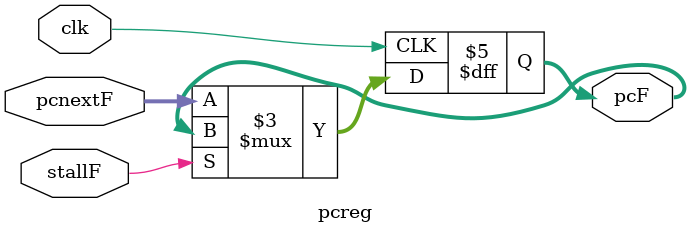
<source format=sv>
module pcreg #(parameter W = 32)(
    input logic clk,
    input logic stallF,
    input logic [W-1: 0] pcnextF,

    output logic [W-1: 0] pcF
);

always_ff@(posedge clk)
    
    if (stallF == 0) begin
        pcF <= pcnextF;
    end

endmodule

</source>
